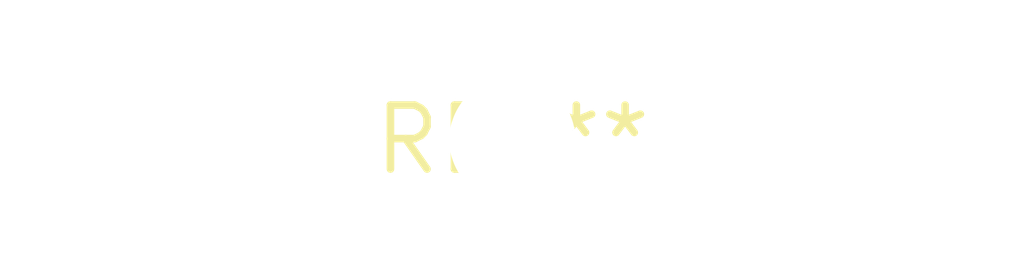
<source format=kicad_pcb>
(kicad_pcb (version 20240108) (generator pcbnew)
  (layers (0 "F.Cu" signal) (31 "B.Cu" signal) (34 "B.Paste" user) (35 "F.Paste" user) (36 "B.SilkS" user "B.Silkscreen") (37 "F.SilkS" user "F.Silkscreen") (38 "B.Mask" user) (39 "F.Mask" user) (44 "Edge.Cuts" user))
  (net 0 "")
  (footprint "MountingHole_2.5mm" (layer "F.Cu") (at 0 0)
    (property "Reference" "REF**")
    (property "Value" "MountingHole_2.5mm")
    (pad "" np_thru_hole circle (at 0 0) (size 2.5 2.5) (drill 2.5) (layers *.Cu *.Mask))
  )
)
</source>
